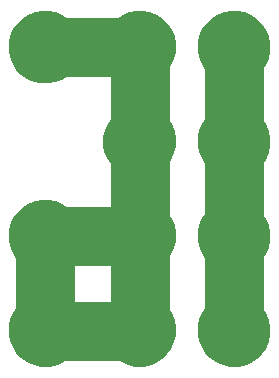
<source format=gbs>
%TF.GenerationSoftware,KiCad,Pcbnew,4.0.4+e1-6308~48~ubuntu16.04.1-stable*%
%TF.CreationDate,2016-12-13T12:40:13-08:00*%
%TF.ProjectId,4x3-CR2032-Battery,3478332D4352323033322D4261747465,rev?*%
%TF.FileFunction,Soldermask,Bot*%
%FSLAX46Y46*%
G04 Gerber Fmt 4.6, Leading zero omitted, Abs format (unit mm)*
G04 Created by KiCad (PCBNEW 4.0.4+e1-6308~48~ubuntu16.04.1-stable) date Tue Dec 13 12:40:13 2016*
%MOMM*%
%LPD*%
G01*
G04 APERTURE LIST*
%ADD10C,0.350000*%
%ADD11C,5.000000*%
G04 APERTURE END LIST*
D10*
D11*
X146900000Y-89900000D02*
X138900000Y-89900000D01*
X146900000Y-113900000D02*
X146900000Y-89900000D01*
X138900000Y-105900000D02*
X146900000Y-105900000D01*
X154900000Y-89900000D02*
X154900000Y-113900000D01*
X138900000Y-113900000D02*
X146900000Y-113900000D01*
X138900000Y-113900000D02*
X138900000Y-105900000D01*
D10*
G36*
X147223110Y-110825847D02*
X147814055Y-110947151D01*
X148370198Y-111180932D01*
X148870334Y-111518278D01*
X149295421Y-111946343D01*
X149629266Y-112448821D01*
X149859156Y-113006576D01*
X149976264Y-113598014D01*
X149976264Y-113598024D01*
X149976331Y-113598363D01*
X149966710Y-114287416D01*
X149966633Y-114287754D01*
X149966633Y-114287762D01*
X149833057Y-114875701D01*
X149587685Y-115426816D01*
X149239937Y-115919778D01*
X148803062Y-116335809D01*
X148293700Y-116659061D01*
X147731254Y-116877219D01*
X147137147Y-116981976D01*
X146534003Y-116969342D01*
X145944800Y-116839797D01*
X145391982Y-116598277D01*
X144896607Y-116253982D01*
X144477537Y-115820023D01*
X144150738Y-115312930D01*
X143928656Y-114752014D01*
X143819755Y-114158658D01*
X143828177Y-113555441D01*
X143953606Y-112965347D01*
X144191259Y-112410858D01*
X144532091Y-111913088D01*
X144963112Y-111491000D01*
X145467913Y-111160668D01*
X146027259Y-110934677D01*
X146619845Y-110821636D01*
X147223110Y-110825847D01*
X147223110Y-110825847D01*
G37*
G36*
X155223110Y-110825847D02*
X155814055Y-110947151D01*
X156370198Y-111180932D01*
X156870334Y-111518278D01*
X157295421Y-111946343D01*
X157629266Y-112448821D01*
X157859156Y-113006576D01*
X157976264Y-113598014D01*
X157976264Y-113598024D01*
X157976331Y-113598363D01*
X157966710Y-114287416D01*
X157966633Y-114287754D01*
X157966633Y-114287762D01*
X157833057Y-114875701D01*
X157587685Y-115426816D01*
X157239937Y-115919778D01*
X156803062Y-116335809D01*
X156293700Y-116659061D01*
X155731254Y-116877219D01*
X155137147Y-116981976D01*
X154534003Y-116969342D01*
X153944800Y-116839797D01*
X153391982Y-116598277D01*
X152896607Y-116253982D01*
X152477537Y-115820023D01*
X152150738Y-115312930D01*
X151928656Y-114752014D01*
X151819755Y-114158658D01*
X151828177Y-113555441D01*
X151953606Y-112965347D01*
X152191259Y-112410858D01*
X152532091Y-111913088D01*
X152963112Y-111491000D01*
X153467913Y-111160668D01*
X154027259Y-110934677D01*
X154619845Y-110821636D01*
X155223110Y-110825847D01*
X155223110Y-110825847D01*
G37*
G36*
X139223110Y-110825847D02*
X139814055Y-110947151D01*
X140370198Y-111180932D01*
X140870334Y-111518278D01*
X141295421Y-111946343D01*
X141629266Y-112448821D01*
X141859156Y-113006576D01*
X141976264Y-113598014D01*
X141976264Y-113598024D01*
X141976331Y-113598363D01*
X141966710Y-114287416D01*
X141966633Y-114287754D01*
X141966633Y-114287762D01*
X141833057Y-114875701D01*
X141587685Y-115426816D01*
X141239937Y-115919778D01*
X140803062Y-116335809D01*
X140293700Y-116659061D01*
X139731254Y-116877219D01*
X139137147Y-116981976D01*
X138534003Y-116969342D01*
X137944800Y-116839797D01*
X137391982Y-116598277D01*
X136896607Y-116253982D01*
X136477537Y-115820023D01*
X136150738Y-115312930D01*
X135928656Y-114752014D01*
X135819755Y-114158658D01*
X135828177Y-113555441D01*
X135953606Y-112965347D01*
X136191259Y-112410858D01*
X136532091Y-111913088D01*
X136963112Y-111491000D01*
X137467913Y-111160668D01*
X138027259Y-110934677D01*
X138619845Y-110821636D01*
X139223110Y-110825847D01*
X139223110Y-110825847D01*
G37*
G36*
X155223110Y-102825847D02*
X155814055Y-102947151D01*
X156370198Y-103180932D01*
X156870334Y-103518278D01*
X157295421Y-103946343D01*
X157629266Y-104448821D01*
X157859156Y-105006576D01*
X157976264Y-105598014D01*
X157976264Y-105598024D01*
X157976331Y-105598363D01*
X157966710Y-106287416D01*
X157966633Y-106287754D01*
X157966633Y-106287762D01*
X157833057Y-106875701D01*
X157587685Y-107426816D01*
X157239937Y-107919778D01*
X156803062Y-108335809D01*
X156293700Y-108659061D01*
X155731254Y-108877219D01*
X155137147Y-108981976D01*
X154534003Y-108969342D01*
X153944800Y-108839797D01*
X153391982Y-108598277D01*
X152896607Y-108253982D01*
X152477537Y-107820023D01*
X152150738Y-107312930D01*
X151928656Y-106752014D01*
X151819755Y-106158658D01*
X151828177Y-105555441D01*
X151953606Y-104965347D01*
X152191259Y-104410858D01*
X152532091Y-103913088D01*
X152963112Y-103491000D01*
X153467913Y-103160668D01*
X154027259Y-102934677D01*
X154619845Y-102821636D01*
X155223110Y-102825847D01*
X155223110Y-102825847D01*
G37*
G36*
X147223110Y-102825847D02*
X147814055Y-102947151D01*
X148370198Y-103180932D01*
X148870334Y-103518278D01*
X149295421Y-103946343D01*
X149629266Y-104448821D01*
X149859156Y-105006576D01*
X149976264Y-105598014D01*
X149976264Y-105598024D01*
X149976331Y-105598363D01*
X149966710Y-106287416D01*
X149966633Y-106287754D01*
X149966633Y-106287762D01*
X149833057Y-106875701D01*
X149587685Y-107426816D01*
X149239937Y-107919778D01*
X148803062Y-108335809D01*
X148293700Y-108659061D01*
X147731254Y-108877219D01*
X147137147Y-108981976D01*
X146534003Y-108969342D01*
X145944800Y-108839797D01*
X145391982Y-108598277D01*
X144896607Y-108253982D01*
X144477537Y-107820023D01*
X144150738Y-107312930D01*
X143928656Y-106752014D01*
X143819755Y-106158658D01*
X143828177Y-105555441D01*
X143953606Y-104965347D01*
X144191259Y-104410858D01*
X144532091Y-103913088D01*
X144963112Y-103491000D01*
X145467913Y-103160668D01*
X146027259Y-102934677D01*
X146619845Y-102821636D01*
X147223110Y-102825847D01*
X147223110Y-102825847D01*
G37*
G36*
X139223110Y-102825847D02*
X139814055Y-102947151D01*
X140370198Y-103180932D01*
X140870334Y-103518278D01*
X141295421Y-103946343D01*
X141629266Y-104448821D01*
X141859156Y-105006576D01*
X141976264Y-105598014D01*
X141976264Y-105598024D01*
X141976331Y-105598363D01*
X141966710Y-106287416D01*
X141966633Y-106287754D01*
X141966633Y-106287762D01*
X141833057Y-106875701D01*
X141587685Y-107426816D01*
X141239937Y-107919778D01*
X140803062Y-108335809D01*
X140293700Y-108659061D01*
X139731254Y-108877219D01*
X139137147Y-108981976D01*
X138534003Y-108969342D01*
X137944800Y-108839797D01*
X137391982Y-108598277D01*
X136896607Y-108253982D01*
X136477537Y-107820023D01*
X136150738Y-107312930D01*
X135928656Y-106752014D01*
X135819755Y-106158658D01*
X135828177Y-105555441D01*
X135953606Y-104965347D01*
X136191259Y-104410858D01*
X136532091Y-103913088D01*
X136963112Y-103491000D01*
X137467913Y-103160668D01*
X138027259Y-102934677D01*
X138619845Y-102821636D01*
X139223110Y-102825847D01*
X139223110Y-102825847D01*
G37*
G36*
X147223110Y-94825847D02*
X147814055Y-94947151D01*
X148370198Y-95180932D01*
X148870334Y-95518278D01*
X149295421Y-95946343D01*
X149629266Y-96448821D01*
X149859156Y-97006576D01*
X149976264Y-97598014D01*
X149976264Y-97598024D01*
X149976331Y-97598363D01*
X149966710Y-98287416D01*
X149966633Y-98287754D01*
X149966633Y-98287762D01*
X149833057Y-98875701D01*
X149587685Y-99426816D01*
X149239937Y-99919778D01*
X148803062Y-100335809D01*
X148293700Y-100659061D01*
X147731254Y-100877219D01*
X147137147Y-100981976D01*
X146534003Y-100969342D01*
X145944800Y-100839797D01*
X145391982Y-100598277D01*
X144896607Y-100253982D01*
X144477537Y-99820023D01*
X144150738Y-99312930D01*
X143928656Y-98752014D01*
X143819755Y-98158658D01*
X143828177Y-97555441D01*
X143953606Y-96965347D01*
X144191259Y-96410858D01*
X144532091Y-95913088D01*
X144963112Y-95491000D01*
X145467913Y-95160668D01*
X146027259Y-94934677D01*
X146619845Y-94821636D01*
X147223110Y-94825847D01*
X147223110Y-94825847D01*
G37*
G36*
X155223110Y-94825847D02*
X155814055Y-94947151D01*
X156370198Y-95180932D01*
X156870334Y-95518278D01*
X157295421Y-95946343D01*
X157629266Y-96448821D01*
X157859156Y-97006576D01*
X157976264Y-97598014D01*
X157976264Y-97598024D01*
X157976331Y-97598363D01*
X157966710Y-98287416D01*
X157966633Y-98287754D01*
X157966633Y-98287762D01*
X157833057Y-98875701D01*
X157587685Y-99426816D01*
X157239937Y-99919778D01*
X156803062Y-100335809D01*
X156293700Y-100659061D01*
X155731254Y-100877219D01*
X155137147Y-100981976D01*
X154534003Y-100969342D01*
X153944800Y-100839797D01*
X153391982Y-100598277D01*
X152896607Y-100253982D01*
X152477537Y-99820023D01*
X152150738Y-99312930D01*
X151928656Y-98752014D01*
X151819755Y-98158658D01*
X151828177Y-97555441D01*
X151953606Y-96965347D01*
X152191259Y-96410858D01*
X152532091Y-95913088D01*
X152963112Y-95491000D01*
X153467913Y-95160668D01*
X154027259Y-94934677D01*
X154619845Y-94821636D01*
X155223110Y-94825847D01*
X155223110Y-94825847D01*
G37*
G36*
X139223110Y-86825847D02*
X139814055Y-86947151D01*
X140370198Y-87180932D01*
X140870334Y-87518278D01*
X141295421Y-87946343D01*
X141629266Y-88448821D01*
X141859156Y-89006576D01*
X141976264Y-89598014D01*
X141976264Y-89598024D01*
X141976331Y-89598363D01*
X141966710Y-90287416D01*
X141966633Y-90287754D01*
X141966633Y-90287762D01*
X141833057Y-90875701D01*
X141587685Y-91426816D01*
X141239937Y-91919778D01*
X140803062Y-92335809D01*
X140293700Y-92659061D01*
X139731254Y-92877219D01*
X139137147Y-92981976D01*
X138534003Y-92969342D01*
X137944800Y-92839797D01*
X137391982Y-92598277D01*
X136896607Y-92253982D01*
X136477537Y-91820023D01*
X136150738Y-91312930D01*
X135928656Y-90752014D01*
X135819755Y-90158658D01*
X135828177Y-89555441D01*
X135953606Y-88965347D01*
X136191259Y-88410858D01*
X136532091Y-87913088D01*
X136963112Y-87491000D01*
X137467913Y-87160668D01*
X138027259Y-86934677D01*
X138619845Y-86821636D01*
X139223110Y-86825847D01*
X139223110Y-86825847D01*
G37*
G36*
X147223110Y-86825847D02*
X147814055Y-86947151D01*
X148370198Y-87180932D01*
X148870334Y-87518278D01*
X149295421Y-87946343D01*
X149629266Y-88448821D01*
X149859156Y-89006576D01*
X149976264Y-89598014D01*
X149976264Y-89598024D01*
X149976331Y-89598363D01*
X149966710Y-90287416D01*
X149966633Y-90287754D01*
X149966633Y-90287762D01*
X149833057Y-90875701D01*
X149587685Y-91426816D01*
X149239937Y-91919778D01*
X148803062Y-92335809D01*
X148293700Y-92659061D01*
X147731254Y-92877219D01*
X147137147Y-92981976D01*
X146534003Y-92969342D01*
X145944800Y-92839797D01*
X145391982Y-92598277D01*
X144896607Y-92253982D01*
X144477537Y-91820023D01*
X144150738Y-91312930D01*
X143928656Y-90752014D01*
X143819755Y-90158658D01*
X143828177Y-89555441D01*
X143953606Y-88965347D01*
X144191259Y-88410858D01*
X144532091Y-87913088D01*
X144963112Y-87491000D01*
X145467913Y-87160668D01*
X146027259Y-86934677D01*
X146619845Y-86821636D01*
X147223110Y-86825847D01*
X147223110Y-86825847D01*
G37*
G36*
X155223110Y-86825847D02*
X155814055Y-86947151D01*
X156370198Y-87180932D01*
X156870334Y-87518278D01*
X157295421Y-87946343D01*
X157629266Y-88448821D01*
X157859156Y-89006576D01*
X157976264Y-89598014D01*
X157976264Y-89598024D01*
X157976331Y-89598363D01*
X157966710Y-90287416D01*
X157966633Y-90287754D01*
X157966633Y-90287762D01*
X157833057Y-90875701D01*
X157587685Y-91426816D01*
X157239937Y-91919778D01*
X156803062Y-92335809D01*
X156293700Y-92659061D01*
X155731254Y-92877219D01*
X155137147Y-92981976D01*
X154534003Y-92969342D01*
X153944800Y-92839797D01*
X153391982Y-92598277D01*
X152896607Y-92253982D01*
X152477537Y-91820023D01*
X152150738Y-91312930D01*
X151928656Y-90752014D01*
X151819755Y-90158658D01*
X151828177Y-89555441D01*
X151953606Y-88965347D01*
X152191259Y-88410858D01*
X152532091Y-87913088D01*
X152963112Y-87491000D01*
X153467913Y-87160668D01*
X154027259Y-86934677D01*
X154619845Y-86821636D01*
X155223110Y-86825847D01*
X155223110Y-86825847D01*
G37*
M02*

</source>
